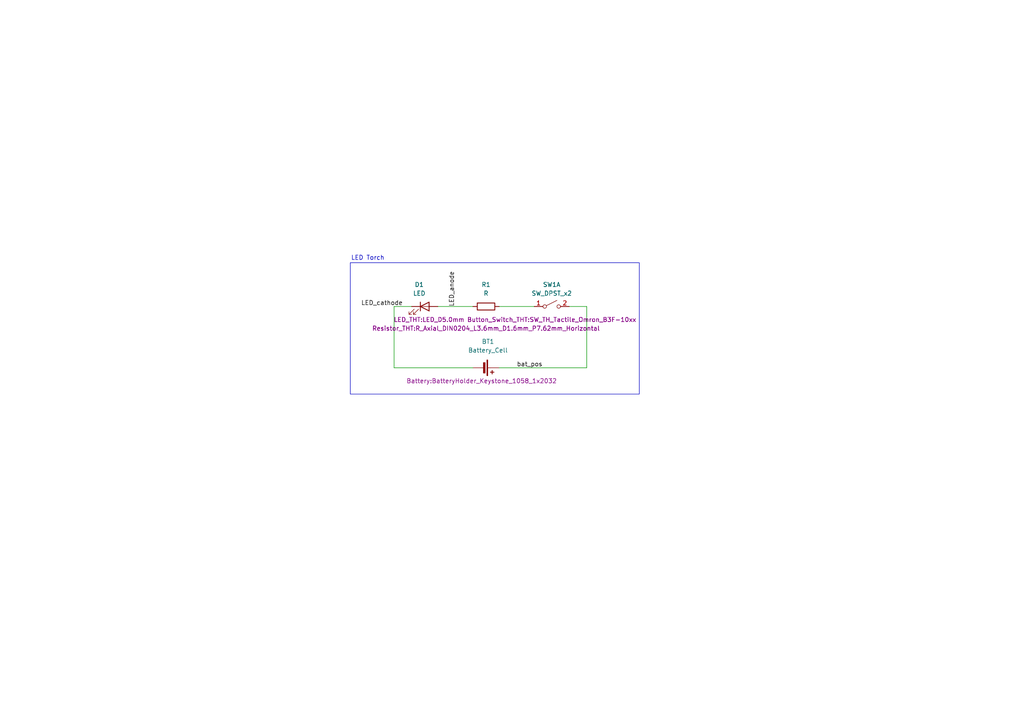
<source format=kicad_sch>
(kicad_sch (version 20250114) (generator "eeschema") (generator_version "9.0")
  (paper "A4")
  (title_block (title "Project 1 | LED Torch") (date "2025-05-09") (rev "1") (company "Ing. Andrés Chaparro"))
  (lib_symbols
    (symbol "Device:Battery_Cell" (pin_numbers (hide yes)) (pin_names (offset 0) (hide yes))
      (property "Reference" "BT" (at 2.54 2.54 0))
      (property "Value" "Battery_Cell" (at 2.54 0 0))
      (symbol "Battery_Cell_0_1"
        (rectangle (start -2.286 1.778) (end 2.286 1.524) (fill (type outline)))
        (rectangle (start -1.524 1.016) (end 1.524 0.508) (fill (type outline)))
        (polyline (pts (xy 0 1.778) (xy 0 2.54)))
        (polyline (pts (xy 0 0.762) (xy 0 0)))
        (polyline (pts (xy 0.762 3.048) (xy 1.778 3.048)) (stroke (width 0.254)))
        (polyline (pts (xy 1.27 3.556) (xy 1.27 2.54)) (stroke (width 0.254)))
      )
      (symbol "Battery_Cell_1_1"
        (pin passive line (at 0 5.08 270) (length 2.54) (name "+") (number "1"))
        (pin passive line (at 0 -2.54 90) (length 2.54) (name "-") (number "2"))
      )
    )
    (symbol "Device:LED" (pin_numbers (hide yes)) (pin_names (offset 1.016) (hide yes))
      (property "Reference" "D" (at 0 2.54 0))
      (property "Value" "LED" (at 0 -2.54 0))
      (symbol "LED_0_1"
        (polyline (pts (xy -3.048 -0.762) (xy -4.572 -2.286) (xy -3.81 -2.286) (xy -4.572 -2.286) (xy -4.572 -1.524)))
        (polyline (pts (xy -1.778 -0.762) (xy -3.302 -2.286) (xy -2.54 -2.286) (xy -3.302 -2.286) (xy -3.302 -1.524)))
        (polyline (pts (xy -1.27 0) (xy 1.27 0)))
        (polyline (pts (xy -1.27 -1.27) (xy -1.27 1.27)) (stroke (width 0.254)))
        (polyline (pts (xy 1.27 -1.27) (xy 1.27 1.27) (xy -1.27 0) (xy 1.27 -1.27)) (stroke (width 0.254)))
      )
      (symbol "LED_1_1"
        (pin passive line (at -3.81 0 0) (length 2.54) (name "K") (number "1"))
        (pin passive line (at 3.81 0 180) (length 2.54) (name "A") (number "2"))
      )
    )
    (symbol "Device:R" (pin_numbers (hide yes)) (pin_names (offset 0))
      (property "Reference" "R" (at 2.032 0 90))
      (property "Value" "R" (at 0 0 90))
      (symbol "R_0_1"
        (rectangle (start -1.016 -2.54) (end 1.016 2.54) (stroke (width 0.254)))
      )
      (symbol "R_1_1"
        (pin passive line (at 0 3.81 270) (length 1.27) (name "~") (number "1"))
        (pin passive line (at 0 -3.81 90) (length 1.27) (name "~") (number "2"))
      )
    )
    (symbol "Switch:SW_DPST_x2" (pin_names (offset 0) (hide yes))
      (property "Reference" "SW" (at 0 3.175 0))
      (property "Value" "SW_DPST_x2" (at 0 -2.54 0))
      (symbol "SW_DPST_x2_0_0"
        (circle (center -2.032 0) (radius 0.508))
        (polyline (pts (xy -1.524 0.254) (xy 1.524 1.778)))
        (circle (center 2.032 0) (radius 0.508))
      )
      (symbol "SW_DPST_x2_1_1"
        (pin passive line (at -5.08 0 0) (length 2.54) (name "A") (number "1"))
        (pin passive line (at 5.08 0 180) (length 2.54) (name "B") (number "2"))
      )
      (symbol "SW_DPST_x2_2_1"
        (pin passive line (at -5.08 0 0) (length 2.54) (name "A") (number "3"))
        (pin passive line (at 5.08 0 180) (length 2.54) (name "B") (number "4"))
      )
    )
  )
  (rectangle (start 101.6 76.2) (end 185.42 114.3))
  (text "LED Torch" (at 106.68 74.93 0) (effects (font (size 1.27 1.27))))
  (wire (pts (xy 119.38 88.9) (xy 114.3 88.9)))
  (wire (pts (xy 114.3 88.9) (xy 114.3 106.68)))
  (wire (pts (xy 170.18 106.68) (xy 170.18 88.9)))
  (wire (pts (xy 144.78 88.9) (xy 154.94 88.9)))
  (wire (pts (xy 144.78 106.68) (xy 170.18 106.68)))
  (wire (pts (xy 170.18 88.9) (xy 165.1 88.9)))
  (wire (pts (xy 114.3 106.68) (xy 137.16 106.68)))
  (wire (pts (xy 127 88.9) (xy 137.16 88.9)))
  (label "LED_anode" (at 132.08 88.9 90))
  (label "LED_cathode" (at 116.84 88.9 180))
  (label "bat_pos" (at 149.86 106.68 0))
  (symbol (lib_id "Device:R") (at 140.97 88.9 90) (unit 1)
    (property "Reference" "R1" (at 140.97 82.55 90))
    (property "Value" "R" (at 140.97 85.09 90))
    (property "Footprint" "Resistor_THT:R_Axial_DIN0204_L3.6mm_D1.6mm_P7.62mm_Horizontal" (at 140.97 95.25 90))
    (property "Description" "Resistor" (effects (hide yes)))
  )
  (symbol (lib_id "Device:Battery_Cell") (at 139.7 106.68 270) (unit 1)
    (property "Reference" "BT1" (at 141.5415 99.06 90))
    (property "Value" "Battery_Cell" (at 141.5415 101.6 90))
    (property "Footprint" "Battery:BatteryHolder_Keystone_1058_1x2032" (at 139.7 110.49 90))
    (property "Description" "Single-cell battery" (effects (hide yes)))
  )
  (symbol (lib_id "Switch:SW_DPST_x2") (at 160.02 88.9 0) (unit 1)
    (property "Reference" "SW1" (at 160.02 82.55 0))
    (property "Value" "SW_DPST_x2" (at 160.02 85.09 0))
    (property "Footprint" "Button_Switch_THT:SW_TH_Tactile_Omron_B3F-10xx" (at 160.02 92.71 0))
    (property "Description" "Single Pole Single Throw (SPST) switch, separate symbol" (effects (hide yes)))
  )
  (symbol (lib_id "Device:LED") (at 123.19 88.9 0) (unit 1)
    (property "Reference" "D1" (at 121.6025 82.55 0))
    (property "Value" "LED" (at 121.6025 85.09 0))
    (property "Footprint" "LED_THT:LED_D5.0mm" (at 124.46 92.71 0))
    (property "Description" "Light emitting diode" (effects (hide yes)))
    (property "Sim.Pins" "1=K 2=A" (effects (hide yes)))
  )
)
</source>
